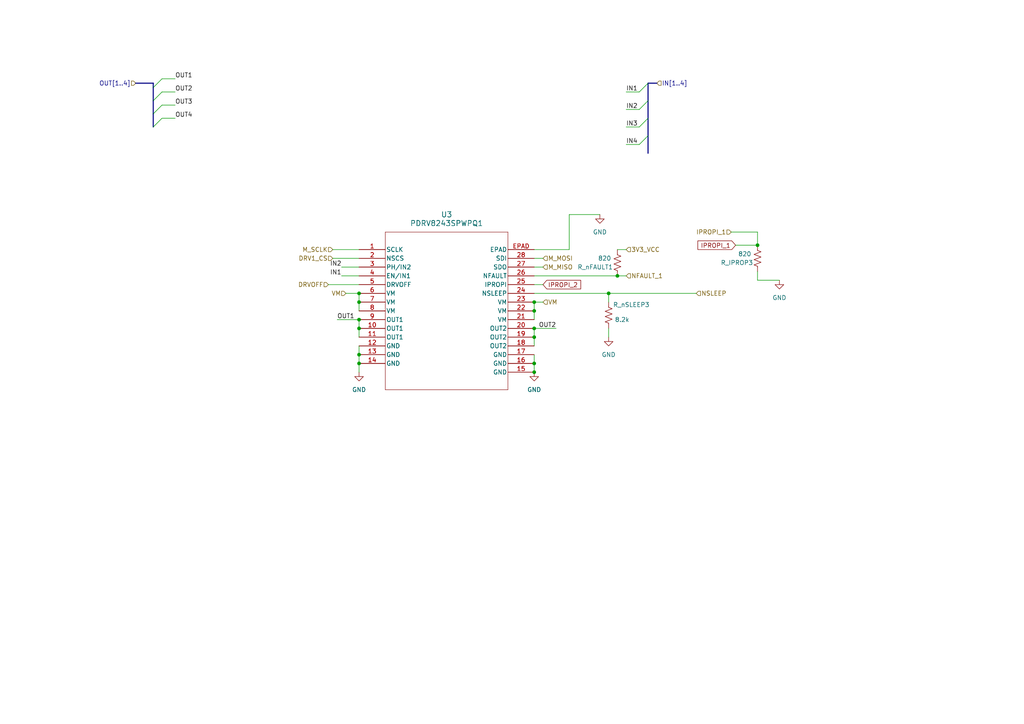
<source format=kicad_sch>
(kicad_sch (version 20231120) (generator "eeschema") (generator_version "8.0")
  (paper "A4")
  (lib_symbols
    (symbol "Device:R_US" (pin_numbers hide) (pin_names (offset 0))
      (property "Reference" "R" (at 2.54 0 90))
      (property "Value" "R_US" (at -2.54 0 90))
      (symbol "R_US_0_1"
        (polyline (pts (xy 0 -2.286) (xy 0 -2.54)))
        (polyline (pts (xy 0 2.286) (xy 0 2.54)))
        (polyline (pts (xy 0 -0.762) (xy 1.016 -1.143) (xy 0 -1.524) (xy -1.016 -1.905) (xy 0 -2.286)))
        (polyline (pts (xy 0 0.762) (xy 1.016 0.381) (xy 0 0) (xy -1.016 -0.381) (xy 0 -0.762)))
        (polyline (pts (xy 0 2.286) (xy 1.016 1.905) (xy 0 1.524) (xy -1.016 1.143) (xy 0 0.762)))
      )
      (symbol "R_US_1_1"
        (pin passive line (at 0 3.81 270) (length 1.27) (name "~") (number "1"))
        (pin passive line (at 0 -3.81 90) (length 1.27) (name "~") (number "2"))
      )
    )
    (symbol "PDRV8245SPWPQ1:PDRV8245SPWPQ1" (pin_names (offset 0.254))
      (property "Reference" "U" (at 25.4 10.16 0))
      (property "Value" "PDRV8245SPWPQ1" (at 25.4 7.62 0))
      (symbol "PDRV8245SPWPQ1_0_1"
        (polyline (pts (xy 7.62 -40.64) (xy 43.18 -40.64)) (stroke (width 0.127)))
        (polyline (pts (xy 7.62 5.08) (xy 7.62 -40.64)) (stroke (width 0.127)))
        (polyline (pts (xy 43.18 -40.64) (xy 43.18 5.08)) (stroke (width 0.127)))
        (polyline (pts (xy 43.18 5.08) (xy 7.62 5.08)) (stroke (width 0.127)))
        (pin input line (at 0 0 0) (length 7.62) (name "SCLK") (number "1"))
        (pin output line (at 0 -22.86 0) (length 7.62) (name "OUT1") (number "10"))
        (pin output line (at 0 -25.4 0) (length 7.62) (name "OUT1") (number "11"))
        (pin power_out line (at 0 -27.94 0) (length 7.62) (name "GND") (number "12"))
        (pin power_out line (at 0 -30.48 0) (length 7.62) (name "GND") (number "13"))
        (pin power_out line (at 0 -33.02 0) (length 7.62) (name "GND") (number "14"))
        (pin power_out line (at 50.8 -35.56 180) (length 7.62) (name "GND") (number "15"))
        (pin power_out line (at 50.8 -33.02 180) (length 7.62) (name "GND") (number "16"))
        (pin power_out line (at 50.8 -30.48 180) (length 7.62) (name "GND") (number "17"))
        (pin output line (at 50.8 -27.94 180) (length 7.62) (name "OUT2") (number "18"))
        (pin output line (at 50.8 -25.4 180) (length 7.62) (name "OUT2") (number "19"))
        (pin input line (at 0 -2.54 0) (length 7.62) (name "NSCS") (number "2"))
        (pin output line (at 50.8 -22.86 180) (length 7.62) (name "OUT2") (number "20"))
        (pin power_in line (at 50.8 -20.32 180) (length 7.62) (name "VM") (number "21"))
        (pin power_in line (at 50.8 -17.78 180) (length 7.62) (name "VM") (number "22"))
        (pin power_in line (at 50.8 -15.24 180) (length 7.62) (name "VM") (number "23"))
        (pin input line (at 50.8 -12.7 180) (length 7.62) (name "NSLEEP") (number "24"))
        (pin bidirectional line (at 50.8 -10.16 180) (length 7.62) (name "IPROPI") (number "25"))
        (pin output line (at 50.8 -7.62 180) (length 7.62) (name "NFAULT") (number "26"))
        (pin output line (at 50.8 -5.08 180) (length 7.62) (name "SDO") (number "27"))
        (pin input line (at 50.8 -2.54 180) (length 7.62) (name "SDI") (number "28"))
        (pin input line (at 0 -5.08 0) (length 7.62) (name "PH/IN2") (number "3"))
        (pin input line (at 0 -7.62 0) (length 7.62) (name "EN/IN1") (number "4"))
        (pin input line (at 0 -10.16 0) (length 7.62) (name "DRVOFF") (number "5"))
        (pin power_in line (at 0 -12.7 0) (length 7.62) (name "VM") (number "6"))
        (pin power_in line (at 0 -15.24 0) (length 7.62) (name "VM") (number "7"))
        (pin power_in line (at 0 -17.78 0) (length 7.62) (name "VM") (number "8"))
        (pin output line (at 0 -20.32 0) (length 7.62) (name "OUT1") (number "9"))
        (pin power_out line (at 50.8 0 180) (length 7.62) (name "EPAD") (number "EPAD"))
      )
    )
    (symbol "power:GND" (power) (pin_names (offset 0))
      (property "Value" "GND" (at 0 -3.81 0))
      (symbol "GND_0_1"
        (polyline (pts (xy 0 0) (xy 0 -1.27) (xy 1.27 -1.27) (xy 0 -2.54) (xy -1.27 -1.27) (xy 0 -1.27)))
      )
      (symbol "GND_1_1"
        (pin power_in line (at 0 0 270) (length 0) hide (name "GND") (number "1"))
      )
    )
  )
  (junction (at 104.14 92.71))
  (junction (at 154.94 87.63))
  (junction (at 104.14 95.25))
  (junction (at 104.14 85.09))
  (junction (at 219.71 71.12))
  (junction (at 154.94 95.25))
  (junction (at 154.94 105.41))
  (junction (at 154.94 97.79))
  (junction (at 179.07 80.01))
  (junction (at 104.14 105.41))
  (junction (at 154.94 90.17))
  (junction (at 104.14 87.63))
  (junction (at 104.14 102.87))
  (junction (at 154.94 107.95))
  (junction (at 176.53 85.09))
  (bus_entry (at 44.45 29.21) (size 2.54 -2.54))
  (bus_entry (at 187.96 34.29) (size -2.54 2.54))
  (bus_entry (at 187.96 29.21) (size -2.54 2.54))
  (bus_entry (at 44.45 25.4) (size 2.54 -2.54))
  (bus_entry (at 44.45 33.02) (size 2.54 -2.54))
  (bus_entry (at 187.96 24.13) (size -2.54 2.54))
  (bus_entry (at 187.96 39.37) (size -2.54 2.54))
  (bus_entry (at 44.45 36.83) (size 2.54 -2.54))
  (bus (pts (xy 44.45 25.4) (xy 44.45 29.21)))
  (wire (pts (xy 104.14 95.25) (xy 104.14 97.79)))
  (wire (pts (xy 161.29 95.25) (xy 154.94 95.25)))
  (wire (pts (xy 104.14 87.63) (xy 104.14 90.17)))
  (wire (pts (xy 46.99 30.48) (xy 50.8 30.48)))
  (wire (pts (xy 154.94 74.93) (xy 157.48 74.93)))
  (wire (pts (xy 219.71 78.74) (xy 219.71 81.28)))
  (wire (pts (xy 212.09 67.31) (xy 219.71 67.31)))
  (wire (pts (xy 97.79 92.71) (xy 104.14 92.71)))
  (bus (pts (xy 187.96 29.21) (xy 187.96 34.29)))
  (bus (pts (xy 39.37 24.13) (xy 44.45 24.13)))
  (bus (pts (xy 187.96 24.13) (xy 190.5 24.13)))
  (wire (pts (xy 154.94 80.01) (xy 179.07 80.01)))
  (bus (pts (xy 44.45 24.13) (xy 44.45 25.4)))
  (wire (pts (xy 219.71 81.28) (xy 226.06 81.28)))
  (wire (pts (xy 154.94 97.79) (xy 154.94 100.33)))
  (wire (pts (xy 165.1 72.39) (xy 154.94 72.39)))
  (wire (pts (xy 179.07 80.01) (xy 181.61 80.01)))
  (wire (pts (xy 104.14 80.01) (xy 99.06 80.01)))
  (wire (pts (xy 154.94 87.63) (xy 154.94 90.17)))
  (wire (pts (xy 176.53 85.09) (xy 201.93 85.09)))
  (wire (pts (xy 104.14 92.71) (xy 104.14 95.25)))
  (wire (pts (xy 154.94 102.87) (xy 154.94 105.41)))
  (wire (pts (xy 219.71 67.31) (xy 219.71 71.12)))
  (bus (pts (xy 187.96 24.13) (xy 187.96 29.21)))
  (wire (pts (xy 181.61 26.67) (xy 185.42 26.67)))
  (wire (pts (xy 181.61 41.91) (xy 185.42 41.91)))
  (wire (pts (xy 181.61 31.75) (xy 185.42 31.75)))
  (wire (pts (xy 46.99 22.86) (xy 50.8 22.86)))
  (wire (pts (xy 154.94 77.47) (xy 157.48 77.47)))
  (wire (pts (xy 95.25 82.55) (xy 104.14 82.55)))
  (bus (pts (xy 187.96 39.37) (xy 187.96 44.45)))
  (wire (pts (xy 104.14 100.33) (xy 104.14 102.87)))
  (wire (pts (xy 179.07 72.39) (xy 181.61 72.39)))
  (wire (pts (xy 104.14 85.09) (xy 104.14 87.63)))
  (wire (pts (xy 46.99 34.29) (xy 50.8 34.29)))
  (wire (pts (xy 154.94 95.25) (xy 154.94 97.79)))
  (wire (pts (xy 154.94 85.09) (xy 176.53 85.09)))
  (wire (pts (xy 165.1 62.23) (xy 173.99 62.23)))
  (wire (pts (xy 46.99 26.67) (xy 50.8 26.67)))
  (bus (pts (xy 44.45 33.02) (xy 44.45 36.83)))
  (wire (pts (xy 176.53 97.79) (xy 176.53 95.25)))
  (wire (pts (xy 181.61 36.83) (xy 185.42 36.83)))
  (wire (pts (xy 100.33 85.09) (xy 104.14 85.09)))
  (wire (pts (xy 154.94 90.17) (xy 154.94 92.71)))
  (wire (pts (xy 165.1 62.23) (xy 165.1 72.39)))
  (wire (pts (xy 154.94 87.63) (xy 157.48 87.63)))
  (wire (pts (xy 154.94 105.41) (xy 154.94 107.95)))
  (wire (pts (xy 96.52 74.93) (xy 104.14 74.93)))
  (wire (pts (xy 104.14 105.41) (xy 104.14 107.95)))
  (bus (pts (xy 44.45 29.21) (xy 44.45 33.02)))
  (wire (pts (xy 213.36 71.12) (xy 219.71 71.12)))
  (bus (pts (xy 187.96 34.29) (xy 187.96 39.37)))
  (wire (pts (xy 154.94 82.55) (xy 157.48 82.55)))
  (wire (pts (xy 104.14 102.87) (xy 104.14 105.41)))
  (wire (pts (xy 104.14 77.47) (xy 99.06 77.47)))
  (wire (pts (xy 176.53 87.63) (xy 176.53 85.09)))
  (wire (pts (xy 96.52 72.39) (xy 104.14 72.39)))
  (label "IN3" (at 181.61 36.83 0))
  (label "IN1" (at 99.06 80.01 180))
  (label "OUT3" (at 50.8 30.48 0))
  (label "OUT1" (at 50.8 22.86 0))
  (label "OUT4" (at 50.8 34.29 0))
  (label "IN1" (at 181.61 26.67 0))
  (label "OUT2" (at 161.29 95.25 180))
  (label "OUT2" (at 50.8 26.67 0))
  (label "OUT1" (at 97.79 92.71 0))
  (label "IN4" (at 181.61 41.91 0))
  (label "IN2" (at 181.61 31.75 0))
  (label "IN2" (at 99.06 77.47 180))
  (global_label "IPROPI_2" (shape input) (at 157.48 82.55 0) (property "Intersheetrefs" "${INTERSHEET_REFS}" (effects (hide yes))))
  (global_label "IPROPI_1" (shape input) (at 213.36 71.12 180) (property "Intersheetrefs" "${INTERSHEET_REFS}" (effects (hide yes))))
  (hierarchical_label "IPROPI_1" (shape input) (at 212.09 67.31 180))
  (hierarchical_label "DRVOFF" (shape input) (at 95.25 82.55 180))
  (hierarchical_label "M_MOSI" (shape input) (at 157.48 74.93 0))
  (hierarchical_label "NFAULT_1" (shape input) (at 181.61 80.01 0))
  (hierarchical_label "NSLEEP" (shape input) (at 201.93 85.09 0))
  (hierarchical_label "IN[1..4]" (shape input) (at 190.5 24.13 0))
  (hierarchical_label "DRV1_CS" (shape input) (at 96.52 74.93 180))
  (hierarchical_label "M_MISO" (shape input) (at 157.48 77.47 0))
  (hierarchical_label "OUT[1..4]" (shape input) (at 39.37 24.13 180))
  (hierarchical_label "3V3_VCC" (shape input) (at 181.61 72.39 0))
  (hierarchical_label "VM" (shape input) (at 157.48 87.63 0))
  (hierarchical_label "VM" (shape input) (at 100.33 85.09 180))
  (hierarchical_label "M_SCLK" (shape input) (at 96.52 72.39 180))
  (symbol (lib_id "PDRV8245SPWPQ1:PDRV8245SPWPQ1") (at 104.14 72.39 0) (unit 1)
    (property "Reference" "U3" (at 129.54 62.23 0) (effects (font (size 1.524 1.524))))
    (property "Value" "PDRV8243SPWPQ1" (at 129.54 64.77 0) (effects (font (size 1.524 1.524))))
    (property "Footprint" "PDRV8243SDGQQ:VSSOP_SDGQQ1_TEX" (effects (hide yes)))
    (property "Datasheet" "PDRV8243SPWPQ1" (effects (hide yes)))
  )
  (symbol (lib_id "Device:R_US") (at 219.71 74.93 0) (unit 1)
    (property "Reference" "R_IPROP3" (at 218.44 76.2 0) (effects (justify right)))
    (property "Value" "820" (at 217.932 73.66 0) (effects (justify right)))
    (property "Footprint" "Resistor_SMD:R_0603_1608Metric" (effects (hide yes)))
    (property "Description" "Resistor, US symbol" (effects (hide yes)))
    (property "LCSC" "C23253" (effects (hide yes)))
    (property "LCSC Part" "C23253" (effects (hide yes)))
    (property "LCSC Part Number" "C23253" (effects (hide yes)))
  )
  (symbol (lib_id "Device:R_US") (at 176.53 91.44 180) (unit 1)
    (property "Reference" "R_nSLEEP3" (at 177.8 88.392 0) (effects (justify right)))
    (property "Value" "8.2k" (at 178.308 92.71 0) (effects (justify right)))
    (property "Footprint" "Resistor_SMD:R_0603_1608Metric" (effects (hide yes)))
    (property "Description" "Resistor, US symbol" (effects (hide yes)))
    (property "LCSC" "C25981" (effects (hide yes)))
    (property "LCSC Part" "C25981" (effects (hide yes)))
    (property "LCSC Part Number" "C25981" (effects (hide yes)))
  )
  (symbol (lib_id "power:GND") (at 173.99 62.23 0) (unit 1)
    (property "Reference" "#PWR011" (effects (hide yes)))
    (property "Value" "GND" (at 173.99 67.31 0))
  )
  (symbol (lib_id "power:GND") (at 154.94 107.95 0) (unit 1)
    (property "Reference" "#PWR010" (effects (hide yes)))
    (property "Value" "GND" (at 154.94 113.03 0))
  )
  (symbol (lib_id "power:GND") (at 104.14 107.95 0) (unit 1)
    (property "Reference" "#PWR09" (effects (hide yes)))
    (property "Value" "GND" (at 104.14 113.03 0))
  )
  (symbol (lib_id "power:GND") (at 226.06 81.28 0) (unit 1)
    (property "Reference" "#PWR016" (effects (hide yes)))
    (property "Value" "GND" (at 226.06 86.36 0))
  )
  (symbol (lib_id "power:GND") (at 176.53 97.79 0) (unit 1)
    (property "Reference" "#PWR013" (effects (hide yes)))
    (property "Value" "GND" (at 176.53 102.87 0))
  )
  (symbol (lib_id "Device:R_US") (at 179.07 76.2 0) (unit 1)
    (property "Reference" "R_nFAULT1" (at 177.8 77.47 0) (effects (justify right)))
    (property "Value" "820" (at 177.292 74.93 0) (effects (justify right)))
    (property "Footprint" "Resistor_SMD:R_0603_1608Metric" (effects (hide yes)))
    (property "Description" "Resistor, US symbol" (effects (hide yes)))
    (property "LCSC" "C23253" (effects (hide yes)))
    (property "LCSC Part" "C23253" (effects (hide yes)))
    (property "LCSC Part Number" "C23253" (effects (hide yes)))
  )
)
</source>
